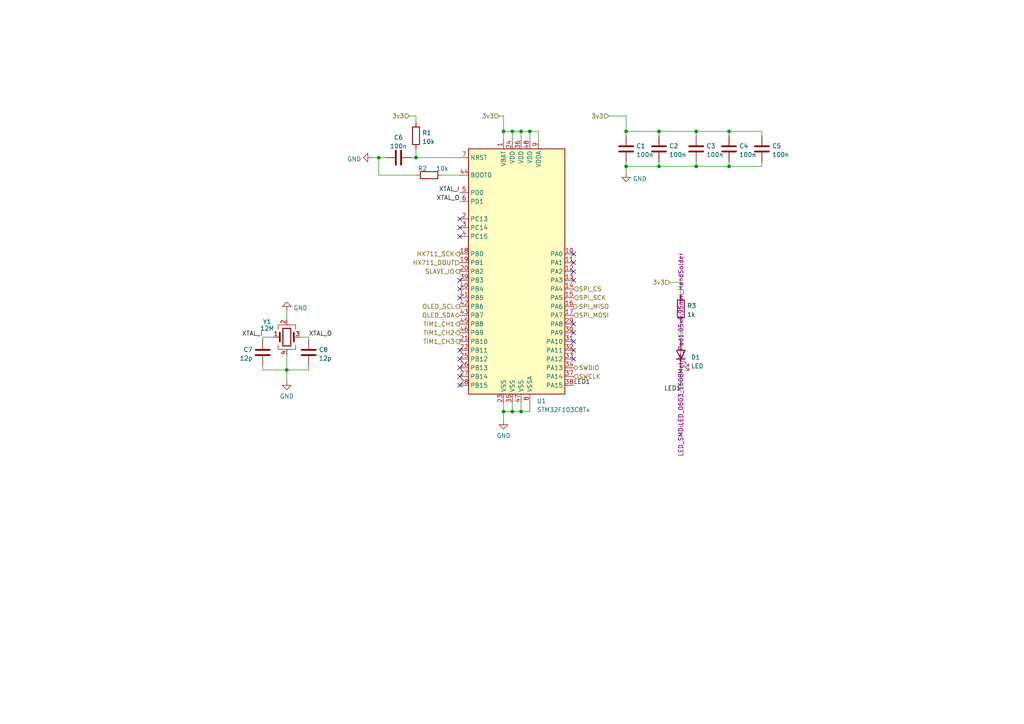
<source format=kicad_sch>
(kicad_sch (version 20211123) (generator eeschema)

  (uuid e5a010b6-5324-4ba6-a02b-ef498464d6db)

  (paper "A4")

  (lib_symbols
    (symbol "Device:C" (pin_numbers hide) (pin_names (offset 0.254)) (in_bom yes) (on_board yes)
      (property "Reference" "C" (id 0) (at 0.635 2.54 0)
        (effects (font (size 1.27 1.27)) (justify left))
      )
      (property "Value" "C" (id 1) (at 0.635 -2.54 0)
        (effects (font (size 1.27 1.27)) (justify left))
      )
      (property "Footprint" "" (id 2) (at 0.9652 -3.81 0)
        (effects (font (size 1.27 1.27)) hide)
      )
      (property "Datasheet" "~" (id 3) (at 0 0 0)
        (effects (font (size 1.27 1.27)) hide)
      )
      (property "ki_keywords" "cap capacitor" (id 4) (at 0 0 0)
        (effects (font (size 1.27 1.27)) hide)
      )
      (property "ki_description" "Unpolarized capacitor" (id 5) (at 0 0 0)
        (effects (font (size 1.27 1.27)) hide)
      )
      (property "ki_fp_filters" "C_*" (id 6) (at 0 0 0)
        (effects (font (size 1.27 1.27)) hide)
      )
      (symbol "C_0_1"
        (polyline
          (pts
            (xy -2.032 -0.762)
            (xy 2.032 -0.762)
          )
          (stroke (width 0.508) (type default) (color 0 0 0 0))
          (fill (type none))
        )
        (polyline
          (pts
            (xy -2.032 0.762)
            (xy 2.032 0.762)
          )
          (stroke (width 0.508) (type default) (color 0 0 0 0))
          (fill (type none))
        )
      )
      (symbol "C_1_1"
        (pin passive line (at 0 3.81 270) (length 2.794)
          (name "~" (effects (font (size 1.27 1.27))))
          (number "1" (effects (font (size 1.27 1.27))))
        )
        (pin passive line (at 0 -3.81 90) (length 2.794)
          (name "~" (effects (font (size 1.27 1.27))))
          (number "2" (effects (font (size 1.27 1.27))))
        )
      )
    )
    (symbol "Device:Crystal_GND24" (pin_names (offset 1.016) hide) (in_bom yes) (on_board yes)
      (property "Reference" "Y" (id 0) (at 3.175 5.08 0)
        (effects (font (size 1.27 1.27)) (justify left))
      )
      (property "Value" "Crystal_GND24" (id 1) (at 3.175 3.175 0)
        (effects (font (size 1.27 1.27)) (justify left))
      )
      (property "Footprint" "" (id 2) (at 0 0 0)
        (effects (font (size 1.27 1.27)) hide)
      )
      (property "Datasheet" "~" (id 3) (at 0 0 0)
        (effects (font (size 1.27 1.27)) hide)
      )
      (property "ki_keywords" "quartz ceramic resonator oscillator" (id 4) (at 0 0 0)
        (effects (font (size 1.27 1.27)) hide)
      )
      (property "ki_description" "Four pin crystal, GND on pins 2 and 4" (id 5) (at 0 0 0)
        (effects (font (size 1.27 1.27)) hide)
      )
      (property "ki_fp_filters" "Crystal*" (id 6) (at 0 0 0)
        (effects (font (size 1.27 1.27)) hide)
      )
      (symbol "Crystal_GND24_0_1"
        (rectangle (start -1.143 2.54) (end 1.143 -2.54)
          (stroke (width 0.3048) (type default) (color 0 0 0 0))
          (fill (type none))
        )
        (polyline
          (pts
            (xy -2.54 0)
            (xy -2.032 0)
          )
          (stroke (width 0) (type default) (color 0 0 0 0))
          (fill (type none))
        )
        (polyline
          (pts
            (xy -2.032 -1.27)
            (xy -2.032 1.27)
          )
          (stroke (width 0.508) (type default) (color 0 0 0 0))
          (fill (type none))
        )
        (polyline
          (pts
            (xy 0 -3.81)
            (xy 0 -3.556)
          )
          (stroke (width 0) (type default) (color 0 0 0 0))
          (fill (type none))
        )
        (polyline
          (pts
            (xy 0 3.556)
            (xy 0 3.81)
          )
          (stroke (width 0) (type default) (color 0 0 0 0))
          (fill (type none))
        )
        (polyline
          (pts
            (xy 2.032 -1.27)
            (xy 2.032 1.27)
          )
          (stroke (width 0.508) (type default) (color 0 0 0 0))
          (fill (type none))
        )
        (polyline
          (pts
            (xy 2.032 0)
            (xy 2.54 0)
          )
          (stroke (width 0) (type default) (color 0 0 0 0))
          (fill (type none))
        )
        (polyline
          (pts
            (xy -2.54 -2.286)
            (xy -2.54 -3.556)
            (xy 2.54 -3.556)
            (xy 2.54 -2.286)
          )
          (stroke (width 0) (type default) (color 0 0 0 0))
          (fill (type none))
        )
        (polyline
          (pts
            (xy -2.54 2.286)
            (xy -2.54 3.556)
            (xy 2.54 3.556)
            (xy 2.54 2.286)
          )
          (stroke (width 0) (type default) (color 0 0 0 0))
          (fill (type none))
        )
      )
      (symbol "Crystal_GND24_1_1"
        (pin passive line (at -3.81 0 0) (length 1.27)
          (name "1" (effects (font (size 1.27 1.27))))
          (number "1" (effects (font (size 1.27 1.27))))
        )
        (pin passive line (at 0 5.08 270) (length 1.27)
          (name "2" (effects (font (size 1.27 1.27))))
          (number "2" (effects (font (size 1.27 1.27))))
        )
        (pin passive line (at 3.81 0 180) (length 1.27)
          (name "3" (effects (font (size 1.27 1.27))))
          (number "3" (effects (font (size 1.27 1.27))))
        )
        (pin passive line (at 0 -5.08 90) (length 1.27)
          (name "4" (effects (font (size 1.27 1.27))))
          (number "4" (effects (font (size 1.27 1.27))))
        )
      )
    )
    (symbol "Device:LED" (pin_numbers hide) (pin_names (offset 1.016) hide) (in_bom yes) (on_board yes)
      (property "Reference" "D" (id 0) (at 0 2.54 0)
        (effects (font (size 1.27 1.27)))
      )
      (property "Value" "LED" (id 1) (at 0 -2.54 0)
        (effects (font (size 1.27 1.27)))
      )
      (property "Footprint" "" (id 2) (at 0 0 0)
        (effects (font (size 1.27 1.27)) hide)
      )
      (property "Datasheet" "~" (id 3) (at 0 0 0)
        (effects (font (size 1.27 1.27)) hide)
      )
      (property "ki_keywords" "LED diode" (id 4) (at 0 0 0)
        (effects (font (size 1.27 1.27)) hide)
      )
      (property "ki_description" "Light emitting diode" (id 5) (at 0 0 0)
        (effects (font (size 1.27 1.27)) hide)
      )
      (property "ki_fp_filters" "LED* LED_SMD:* LED_THT:*" (id 6) (at 0 0 0)
        (effects (font (size 1.27 1.27)) hide)
      )
      (symbol "LED_0_1"
        (polyline
          (pts
            (xy -1.27 -1.27)
            (xy -1.27 1.27)
          )
          (stroke (width 0.254) (type default) (color 0 0 0 0))
          (fill (type none))
        )
        (polyline
          (pts
            (xy -1.27 0)
            (xy 1.27 0)
          )
          (stroke (width 0) (type default) (color 0 0 0 0))
          (fill (type none))
        )
        (polyline
          (pts
            (xy 1.27 -1.27)
            (xy 1.27 1.27)
            (xy -1.27 0)
            (xy 1.27 -1.27)
          )
          (stroke (width 0.254) (type default) (color 0 0 0 0))
          (fill (type none))
        )
        (polyline
          (pts
            (xy -3.048 -0.762)
            (xy -4.572 -2.286)
            (xy -3.81 -2.286)
            (xy -4.572 -2.286)
            (xy -4.572 -1.524)
          )
          (stroke (width 0) (type default) (color 0 0 0 0))
          (fill (type none))
        )
        (polyline
          (pts
            (xy -1.778 -0.762)
            (xy -3.302 -2.286)
            (xy -2.54 -2.286)
            (xy -3.302 -2.286)
            (xy -3.302 -1.524)
          )
          (stroke (width 0) (type default) (color 0 0 0 0))
          (fill (type none))
        )
      )
      (symbol "LED_1_1"
        (pin passive line (at -3.81 0 0) (length 2.54)
          (name "K" (effects (font (size 1.27 1.27))))
          (number "1" (effects (font (size 1.27 1.27))))
        )
        (pin passive line (at 3.81 0 180) (length 2.54)
          (name "A" (effects (font (size 1.27 1.27))))
          (number "2" (effects (font (size 1.27 1.27))))
        )
      )
    )
    (symbol "Device:R" (pin_numbers hide) (pin_names (offset 0)) (in_bom yes) (on_board yes)
      (property "Reference" "R" (id 0) (at 2.032 0 90)
        (effects (font (size 1.27 1.27)))
      )
      (property "Value" "R" (id 1) (at 0 0 90)
        (effects (font (size 1.27 1.27)))
      )
      (property "Footprint" "" (id 2) (at -1.778 0 90)
        (effects (font (size 1.27 1.27)) hide)
      )
      (property "Datasheet" "~" (id 3) (at 0 0 0)
        (effects (font (size 1.27 1.27)) hide)
      )
      (property "ki_keywords" "R res resistor" (id 4) (at 0 0 0)
        (effects (font (size 1.27 1.27)) hide)
      )
      (property "ki_description" "Resistor" (id 5) (at 0 0 0)
        (effects (font (size 1.27 1.27)) hide)
      )
      (property "ki_fp_filters" "R_*" (id 6) (at 0 0 0)
        (effects (font (size 1.27 1.27)) hide)
      )
      (symbol "R_0_1"
        (rectangle (start -1.016 -2.54) (end 1.016 2.54)
          (stroke (width 0.254) (type default) (color 0 0 0 0))
          (fill (type none))
        )
      )
      (symbol "R_1_1"
        (pin passive line (at 0 3.81 270) (length 1.27)
          (name "~" (effects (font (size 1.27 1.27))))
          (number "1" (effects (font (size 1.27 1.27))))
        )
        (pin passive line (at 0 -3.81 90) (length 1.27)
          (name "~" (effects (font (size 1.27 1.27))))
          (number "2" (effects (font (size 1.27 1.27))))
        )
      )
    )
    (symbol "MCU_ST_STM32F1:STM32F103C8Tx" (in_bom yes) (on_board yes)
      (property "Reference" "U" (id 0) (at -15.24 36.83 0)
        (effects (font (size 1.27 1.27)) (justify left))
      )
      (property "Value" "STM32F103C8Tx" (id 1) (at 7.62 36.83 0)
        (effects (font (size 1.27 1.27)) (justify left))
      )
      (property "Footprint" "Package_QFP:LQFP-48_7x7mm_P0.5mm" (id 2) (at -15.24 -35.56 0)
        (effects (font (size 1.27 1.27)) (justify right) hide)
      )
      (property "Datasheet" "http://www.st.com/st-web-ui/static/active/en/resource/technical/document/datasheet/CD00161566.pdf" (id 3) (at 0 0 0)
        (effects (font (size 1.27 1.27)) hide)
      )
      (property "ki_keywords" "ARM Cortex-M3 STM32F1 STM32F103" (id 4) (at 0 0 0)
        (effects (font (size 1.27 1.27)) hide)
      )
      (property "ki_description" "ARM Cortex-M3 MCU, 64KB flash, 20KB RAM, 72MHz, 2-3.6V, 37 GPIO, LQFP-48" (id 5) (at 0 0 0)
        (effects (font (size 1.27 1.27)) hide)
      )
      (property "ki_fp_filters" "LQFP*7x7mm*P0.5mm*" (id 6) (at 0 0 0)
        (effects (font (size 1.27 1.27)) hide)
      )
      (symbol "STM32F103C8Tx_0_1"
        (rectangle (start -15.24 -35.56) (end 12.7 35.56)
          (stroke (width 0.254) (type default) (color 0 0 0 0))
          (fill (type background))
        )
      )
      (symbol "STM32F103C8Tx_1_1"
        (pin power_in line (at -5.08 38.1 270) (length 2.54)
          (name "VBAT" (effects (font (size 1.27 1.27))))
          (number "1" (effects (font (size 1.27 1.27))))
        )
        (pin bidirectional line (at 15.24 5.08 180) (length 2.54)
          (name "PA0" (effects (font (size 1.27 1.27))))
          (number "10" (effects (font (size 1.27 1.27))))
        )
        (pin bidirectional line (at 15.24 2.54 180) (length 2.54)
          (name "PA1" (effects (font (size 1.27 1.27))))
          (number "11" (effects (font (size 1.27 1.27))))
        )
        (pin bidirectional line (at 15.24 0 180) (length 2.54)
          (name "PA2" (effects (font (size 1.27 1.27))))
          (number "12" (effects (font (size 1.27 1.27))))
        )
        (pin bidirectional line (at 15.24 -2.54 180) (length 2.54)
          (name "PA3" (effects (font (size 1.27 1.27))))
          (number "13" (effects (font (size 1.27 1.27))))
        )
        (pin bidirectional line (at 15.24 -5.08 180) (length 2.54)
          (name "PA4" (effects (font (size 1.27 1.27))))
          (number "14" (effects (font (size 1.27 1.27))))
        )
        (pin bidirectional line (at 15.24 -7.62 180) (length 2.54)
          (name "PA5" (effects (font (size 1.27 1.27))))
          (number "15" (effects (font (size 1.27 1.27))))
        )
        (pin bidirectional line (at 15.24 -10.16 180) (length 2.54)
          (name "PA6" (effects (font (size 1.27 1.27))))
          (number "16" (effects (font (size 1.27 1.27))))
        )
        (pin bidirectional line (at 15.24 -12.7 180) (length 2.54)
          (name "PA7" (effects (font (size 1.27 1.27))))
          (number "17" (effects (font (size 1.27 1.27))))
        )
        (pin bidirectional line (at -17.78 5.08 0) (length 2.54)
          (name "PB0" (effects (font (size 1.27 1.27))))
          (number "18" (effects (font (size 1.27 1.27))))
        )
        (pin bidirectional line (at -17.78 2.54 0) (length 2.54)
          (name "PB1" (effects (font (size 1.27 1.27))))
          (number "19" (effects (font (size 1.27 1.27))))
        )
        (pin bidirectional line (at -17.78 15.24 0) (length 2.54)
          (name "PC13" (effects (font (size 1.27 1.27))))
          (number "2" (effects (font (size 1.27 1.27))))
        )
        (pin bidirectional line (at -17.78 0 0) (length 2.54)
          (name "PB2" (effects (font (size 1.27 1.27))))
          (number "20" (effects (font (size 1.27 1.27))))
        )
        (pin bidirectional line (at -17.78 -20.32 0) (length 2.54)
          (name "PB10" (effects (font (size 1.27 1.27))))
          (number "21" (effects (font (size 1.27 1.27))))
        )
        (pin bidirectional line (at -17.78 -22.86 0) (length 2.54)
          (name "PB11" (effects (font (size 1.27 1.27))))
          (number "22" (effects (font (size 1.27 1.27))))
        )
        (pin power_in line (at -5.08 -38.1 90) (length 2.54)
          (name "VSS" (effects (font (size 1.27 1.27))))
          (number "23" (effects (font (size 1.27 1.27))))
        )
        (pin power_in line (at -2.54 38.1 270) (length 2.54)
          (name "VDD" (effects (font (size 1.27 1.27))))
          (number "24" (effects (font (size 1.27 1.27))))
        )
        (pin bidirectional line (at -17.78 -25.4 0) (length 2.54)
          (name "PB12" (effects (font (size 1.27 1.27))))
          (number "25" (effects (font (size 1.27 1.27))))
        )
        (pin bidirectional line (at -17.78 -27.94 0) (length 2.54)
          (name "PB13" (effects (font (size 1.27 1.27))))
          (number "26" (effects (font (size 1.27 1.27))))
        )
        (pin bidirectional line (at -17.78 -30.48 0) (length 2.54)
          (name "PB14" (effects (font (size 1.27 1.27))))
          (number "27" (effects (font (size 1.27 1.27))))
        )
        (pin bidirectional line (at -17.78 -33.02 0) (length 2.54)
          (name "PB15" (effects (font (size 1.27 1.27))))
          (number "28" (effects (font (size 1.27 1.27))))
        )
        (pin bidirectional line (at 15.24 -15.24 180) (length 2.54)
          (name "PA8" (effects (font (size 1.27 1.27))))
          (number "29" (effects (font (size 1.27 1.27))))
        )
        (pin bidirectional line (at -17.78 12.7 0) (length 2.54)
          (name "PC14" (effects (font (size 1.27 1.27))))
          (number "3" (effects (font (size 1.27 1.27))))
        )
        (pin bidirectional line (at 15.24 -17.78 180) (length 2.54)
          (name "PA9" (effects (font (size 1.27 1.27))))
          (number "30" (effects (font (size 1.27 1.27))))
        )
        (pin bidirectional line (at 15.24 -20.32 180) (length 2.54)
          (name "PA10" (effects (font (size 1.27 1.27))))
          (number "31" (effects (font (size 1.27 1.27))))
        )
        (pin bidirectional line (at 15.24 -22.86 180) (length 2.54)
          (name "PA11" (effects (font (size 1.27 1.27))))
          (number "32" (effects (font (size 1.27 1.27))))
        )
        (pin bidirectional line (at 15.24 -25.4 180) (length 2.54)
          (name "PA12" (effects (font (size 1.27 1.27))))
          (number "33" (effects (font (size 1.27 1.27))))
        )
        (pin bidirectional line (at 15.24 -27.94 180) (length 2.54)
          (name "PA13" (effects (font (size 1.27 1.27))))
          (number "34" (effects (font (size 1.27 1.27))))
        )
        (pin power_in line (at -2.54 -38.1 90) (length 2.54)
          (name "VSS" (effects (font (size 1.27 1.27))))
          (number "35" (effects (font (size 1.27 1.27))))
        )
        (pin power_in line (at 0 38.1 270) (length 2.54)
          (name "VDD" (effects (font (size 1.27 1.27))))
          (number "36" (effects (font (size 1.27 1.27))))
        )
        (pin bidirectional line (at 15.24 -30.48 180) (length 2.54)
          (name "PA14" (effects (font (size 1.27 1.27))))
          (number "37" (effects (font (size 1.27 1.27))))
        )
        (pin bidirectional line (at 15.24 -33.02 180) (length 2.54)
          (name "PA15" (effects (font (size 1.27 1.27))))
          (number "38" (effects (font (size 1.27 1.27))))
        )
        (pin bidirectional line (at -17.78 -2.54 0) (length 2.54)
          (name "PB3" (effects (font (size 1.27 1.27))))
          (number "39" (effects (font (size 1.27 1.27))))
        )
        (pin bidirectional line (at -17.78 10.16 0) (length 2.54)
          (name "PC15" (effects (font (size 1.27 1.27))))
          (number "4" (effects (font (size 1.27 1.27))))
        )
        (pin bidirectional line (at -17.78 -5.08 0) (length 2.54)
          (name "PB4" (effects (font (size 1.27 1.27))))
          (number "40" (effects (font (size 1.27 1.27))))
        )
        (pin bidirectional line (at -17.78 -7.62 0) (length 2.54)
          (name "PB5" (effects (font (size 1.27 1.27))))
          (number "41" (effects (font (size 1.27 1.27))))
        )
        (pin bidirectional line (at -17.78 -10.16 0) (length 2.54)
          (name "PB6" (effects (font (size 1.27 1.27))))
          (number "42" (effects (font (size 1.27 1.27))))
        )
        (pin bidirectional line (at -17.78 -12.7 0) (length 2.54)
          (name "PB7" (effects (font (size 1.27 1.27))))
          (number "43" (effects (font (size 1.27 1.27))))
        )
        (pin input line (at -17.78 27.94 0) (length 2.54)
          (name "BOOT0" (effects (font (size 1.27 1.27))))
          (number "44" (effects (font (size 1.27 1.27))))
        )
        (pin bidirectional line (at -17.78 -15.24 0) (length 2.54)
          (name "PB8" (effects (font (size 1.27 1.27))))
          (number "45" (effects (font (size 1.27 1.27))))
        )
        (pin bidirectional line (at -17.78 -17.78 0) (length 2.54)
          (name "PB9" (effects (font (size 1.27 1.27))))
          (number "46" (effects (font (size 1.27 1.27))))
        )
        (pin power_in line (at 0 -38.1 90) (length 2.54)
          (name "VSS" (effects (font (size 1.27 1.27))))
          (number "47" (effects (font (size 1.27 1.27))))
        )
        (pin power_in line (at 2.54 38.1 270) (length 2.54)
          (name "VDD" (effects (font (size 1.27 1.27))))
          (number "48" (effects (font (size 1.27 1.27))))
        )
        (pin input line (at -17.78 22.86 0) (length 2.54)
          (name "PD0" (effects (font (size 1.27 1.27))))
          (number "5" (effects (font (size 1.27 1.27))))
        )
        (pin input line (at -17.78 20.32 0) (length 2.54)
          (name "PD1" (effects (font (size 1.27 1.27))))
          (number "6" (effects (font (size 1.27 1.27))))
        )
        (pin input line (at -17.78 33.02 0) (length 2.54)
          (name "NRST" (effects (font (size 1.27 1.27))))
          (number "7" (effects (font (size 1.27 1.27))))
        )
        (pin power_in line (at 2.54 -38.1 90) (length 2.54)
          (name "VSSA" (effects (font (size 1.27 1.27))))
          (number "8" (effects (font (size 1.27 1.27))))
        )
        (pin power_in line (at 5.08 38.1 270) (length 2.54)
          (name "VDDA" (effects (font (size 1.27 1.27))))
          (number "9" (effects (font (size 1.27 1.27))))
        )
      )
    )
    (symbol "power:GND" (power) (pin_names (offset 0)) (in_bom yes) (on_board yes)
      (property "Reference" "#PWR" (id 0) (at 0 -6.35 0)
        (effects (font (size 1.27 1.27)) hide)
      )
      (property "Value" "GND" (id 1) (at 0 -3.81 0)
        (effects (font (size 1.27 1.27)))
      )
      (property "Footprint" "" (id 2) (at 0 0 0)
        (effects (font (size 1.27 1.27)) hide)
      )
      (property "Datasheet" "" (id 3) (at 0 0 0)
        (effects (font (size 1.27 1.27)) hide)
      )
      (property "ki_keywords" "power-flag" (id 4) (at 0 0 0)
        (effects (font (size 1.27 1.27)) hide)
      )
      (property "ki_description" "Power symbol creates a global label with name \"GND\" , ground" (id 5) (at 0 0 0)
        (effects (font (size 1.27 1.27)) hide)
      )
      (symbol "GND_0_1"
        (polyline
          (pts
            (xy 0 0)
            (xy 0 -1.27)
            (xy 1.27 -1.27)
            (xy 0 -2.54)
            (xy -1.27 -1.27)
            (xy 0 -1.27)
          )
          (stroke (width 0) (type default) (color 0 0 0 0))
          (fill (type none))
        )
      )
      (symbol "GND_1_1"
        (pin power_in line (at 0 0 270) (length 0) hide
          (name "GND" (effects (font (size 1.27 1.27))))
          (number "1" (effects (font (size 1.27 1.27))))
        )
      )
    )
  )

  (junction (at 146.05 119.38) (diameter 0) (color 0 0 0 0)
    (uuid 109509fe-5dbc-41ca-b81b-023eb84e844d)
  )
  (junction (at 146.05 38.1) (diameter 0) (color 0 0 0 0)
    (uuid 3ab37d1f-6861-46b8-ac7e-3e3d7c54cc05)
  )
  (junction (at 148.59 119.38) (diameter 0) (color 0 0 0 0)
    (uuid 4955b67a-7341-4567-bdda-d40ff47b10d1)
  )
  (junction (at 120.65 45.72) (diameter 0) (color 0 0 0 0)
    (uuid 64ed04f5-25b4-459a-9d8c-02a1e431d855)
  )
  (junction (at 191.135 38.1) (diameter 0) (color 0 0 0 0)
    (uuid 70676243-7f0c-42db-b28b-6340cf398ff7)
  )
  (junction (at 211.455 38.1) (diameter 0) (color 0 0 0 0)
    (uuid 7946316f-7f4e-4921-929a-00b35d7041a7)
  )
  (junction (at 201.93 48.26) (diameter 0) (color 0 0 0 0)
    (uuid 7e963f7a-6030-4695-914e-57d7446204fb)
  )
  (junction (at 191.135 48.26) (diameter 0) (color 0 0 0 0)
    (uuid 83d8fe69-c0ee-476f-821e-9bc6808ad289)
  )
  (junction (at 181.61 38.1) (diameter 0) (color 0 0 0 0)
    (uuid 90f87138-fe83-48b4-9fbc-680b785d38e3)
  )
  (junction (at 201.93 38.1) (diameter 0) (color 0 0 0 0)
    (uuid 9fd19358-ee52-4161-beae-dcd2127954a4)
  )
  (junction (at 151.13 119.38) (diameter 0) (color 0 0 0 0)
    (uuid a04fb527-bc67-4769-ab49-241f4dd87249)
  )
  (junction (at 153.67 38.1) (diameter 0) (color 0 0 0 0)
    (uuid a10b89ba-b637-4fc6-81bb-342c6d2ff14c)
  )
  (junction (at 181.61 48.26) (diameter 0) (color 0 0 0 0)
    (uuid aba709dd-bf58-4f9d-9df0-48d45870ad35)
  )
  (junction (at 148.59 38.1) (diameter 0) (color 0 0 0 0)
    (uuid bdfb4bb2-b16f-477a-91ac-e23226e678e0)
  )
  (junction (at 109.855 45.72) (diameter 0) (color 0 0 0 0)
    (uuid c87ddea2-c962-4305-89db-7e2a5c673f6d)
  )
  (junction (at 83.185 107.315) (diameter 0) (color 0 0 0 0)
    (uuid e80ee9f8-8f0d-43a4-b5bd-c77182aea93d)
  )
  (junction (at 151.13 38.1) (diameter 0) (color 0 0 0 0)
    (uuid eb93177a-60a0-4935-a71c-1a86362e7247)
  )
  (junction (at 211.455 48.26) (diameter 0) (color 0 0 0 0)
    (uuid ffd1c2b8-4b6f-4538-8e21-a6c278129ed0)
  )

  (no_connect (at 166.37 96.52) (uuid 4438dcd1-a2fb-4a08-9562-07dff8564a1c))
  (no_connect (at 166.37 73.66) (uuid 4cfb8d11-26e1-4e75-ada6-f868e18909f4))
  (no_connect (at 166.37 76.2) (uuid 4cfb8d11-26e1-4e75-ada6-f868e18909f4))
  (no_connect (at 166.37 104.14) (uuid 540bf6b2-325b-4e4d-9cd8-f5cc92701f4c))
  (no_connect (at 166.37 78.74) (uuid 61281744-6572-4217-81ca-d80f52371dbe))
  (no_connect (at 166.37 101.6) (uuid 7805cc59-e816-427e-a1d7-7303feb3ef11))
  (no_connect (at 133.35 81.28) (uuid 84409741-ff05-444b-b280-7a35810ab5be))
  (no_connect (at 133.35 83.82) (uuid 84409741-ff05-444b-b280-7a35810ab5bf))
  (no_connect (at 133.35 86.36) (uuid 84409741-ff05-444b-b280-7a35810ab5c0))
  (no_connect (at 166.37 99.06) (uuid 85bbf87e-89f1-4edf-a8bd-7ebc77553181))
  (no_connect (at 133.35 101.6) (uuid 8953424b-7afb-4e46-b949-7d57af16bd70))
  (no_connect (at 133.35 63.5) (uuid 89f11a45-6890-42e1-9651-28b194c398b6))
  (no_connect (at 133.35 66.04) (uuid 89f11a45-6890-42e1-9651-28b194c398b7))
  (no_connect (at 133.35 68.58) (uuid 89f11a45-6890-42e1-9651-28b194c398b8))
  (no_connect (at 166.37 81.28) (uuid a49b5fcd-fe93-4cfe-8081-0b4d00944fd3))
  (no_connect (at 133.35 111.76) (uuid aa78e32f-b388-419f-bac1-ba60c6d1724c))
  (no_connect (at 166.37 93.98) (uuid ba0b6285-350b-49f8-a2b2-cf36facaf304))
  (no_connect (at 133.35 106.68) (uuid baef8d65-c258-4f20-91b4-27a62101cc6f))
  (no_connect (at 133.35 104.14) (uuid c3055b41-a773-4813-a9cf-70f9b942feb6))
  (no_connect (at 133.35 109.22) (uuid d3df4725-82a1-4944-b3e4-a03c1d743ddd))

  (wire (pts (xy 153.67 119.38) (xy 153.67 116.84))
    (stroke (width 0) (type default) (color 0 0 0 0))
    (uuid 014d45c7-8b54-489b-b182-ad6f8871e9e9)
  )
  (wire (pts (xy 201.93 48.26) (xy 201.93 46.99))
    (stroke (width 0) (type default) (color 0 0 0 0))
    (uuid 02910883-02a1-4038-a6d7-bf0867a376a7)
  )
  (wire (pts (xy 201.93 48.26) (xy 211.455 48.26))
    (stroke (width 0) (type default) (color 0 0 0 0))
    (uuid 050fb9b4-e3c9-468f-a950-b709bbf76654)
  )
  (wire (pts (xy 146.05 33.655) (xy 146.05 38.1))
    (stroke (width 0) (type default) (color 0 0 0 0))
    (uuid 084d0cee-7566-49de-b3c4-ae13b6273e43)
  )
  (wire (pts (xy 76.2 98.425) (xy 76.2 97.79))
    (stroke (width 0) (type default) (color 0 0 0 0))
    (uuid 0e56d2aa-6aa0-4da1-b44c-5b5ef960d0d9)
  )
  (wire (pts (xy 153.67 38.1) (xy 153.67 40.64))
    (stroke (width 0) (type default) (color 0 0 0 0))
    (uuid 0f942a3a-b56f-49af-b423-58ac6b31eee9)
  )
  (wire (pts (xy 211.455 38.1) (xy 211.455 39.37))
    (stroke (width 0) (type default) (color 0 0 0 0))
    (uuid 144542a5-a9e5-47f0-9984-0b55c0dcfab2)
  )
  (wire (pts (xy 119.38 45.72) (xy 120.65 45.72))
    (stroke (width 0) (type default) (color 0 0 0 0))
    (uuid 198275e6-833e-4e1d-8368-7469e5339777)
  )
  (wire (pts (xy 181.61 48.26) (xy 191.135 48.26))
    (stroke (width 0) (type default) (color 0 0 0 0))
    (uuid 21626fdd-5c0f-4ea0-8707-cce593acfd5c)
  )
  (wire (pts (xy 151.13 38.1) (xy 151.13 40.64))
    (stroke (width 0) (type default) (color 0 0 0 0))
    (uuid 2863006d-5845-4607-b38a-7c659de57187)
  )
  (wire (pts (xy 148.59 38.1) (xy 151.13 38.1))
    (stroke (width 0) (type default) (color 0 0 0 0))
    (uuid 28a9f9be-1a1b-4094-a72c-a6b5f71acea3)
  )
  (wire (pts (xy 109.855 50.8) (xy 109.855 45.72))
    (stroke (width 0) (type default) (color 0 0 0 0))
    (uuid 2943491a-9668-4017-893c-c04c9cfd6584)
  )
  (wire (pts (xy 76.2 107.315) (xy 76.2 106.045))
    (stroke (width 0) (type default) (color 0 0 0 0))
    (uuid 298fd182-7cca-46d5-9d37-07629682e554)
  )
  (wire (pts (xy 181.61 38.1) (xy 181.61 39.37))
    (stroke (width 0) (type default) (color 0 0 0 0))
    (uuid 2cd22867-03d5-4373-8af4-af0b79d34887)
  )
  (wire (pts (xy 76.2 97.79) (xy 79.375 97.79))
    (stroke (width 0) (type default) (color 0 0 0 0))
    (uuid 328d0592-ac01-4d3f-bb1c-5f07bc49599f)
  )
  (wire (pts (xy 191.135 48.26) (xy 201.93 48.26))
    (stroke (width 0) (type default) (color 0 0 0 0))
    (uuid 34f60973-2a72-4ca8-a3b0-fc1ff001edcc)
  )
  (wire (pts (xy 181.61 38.1) (xy 191.135 38.1))
    (stroke (width 0) (type default) (color 0 0 0 0))
    (uuid 365a932b-073a-4edd-87ec-a6c16ab4dce9)
  )
  (wire (pts (xy 107.95 45.72) (xy 109.855 45.72))
    (stroke (width 0) (type default) (color 0 0 0 0))
    (uuid 3b45b4d8-e3f8-4640-bb0d-d8f241980d06)
  )
  (wire (pts (xy 83.185 90.17) (xy 83.185 92.71))
    (stroke (width 0) (type default) (color 0 0 0 0))
    (uuid 42938c8b-59d9-4209-89a3-54703968c2b9)
  )
  (wire (pts (xy 211.455 48.26) (xy 211.455 46.99))
    (stroke (width 0) (type default) (color 0 0 0 0))
    (uuid 4ecd6e4a-5422-485f-82cb-dd93d3d943e6)
  )
  (wire (pts (xy 191.135 38.1) (xy 191.135 39.37))
    (stroke (width 0) (type default) (color 0 0 0 0))
    (uuid 4f7237c2-a83e-4824-9f06-32260d6ad6b8)
  )
  (wire (pts (xy 120.65 45.72) (xy 133.35 45.72))
    (stroke (width 0) (type default) (color 0 0 0 0))
    (uuid 506d5028-e511-46b4-a326-cc6ca81c1cd0)
  )
  (wire (pts (xy 148.59 38.1) (xy 148.59 40.64))
    (stroke (width 0) (type default) (color 0 0 0 0))
    (uuid 50ec4f7e-8ee3-442b-a1a5-1dc00b24aed6)
  )
  (wire (pts (xy 146.05 38.1) (xy 148.59 38.1))
    (stroke (width 0) (type default) (color 0 0 0 0))
    (uuid 64631c66-9a14-40ef-868c-fd1d18402349)
  )
  (wire (pts (xy 220.98 38.1) (xy 220.98 39.37))
    (stroke (width 0) (type default) (color 0 0 0 0))
    (uuid 6676bda7-dd84-4c50-a069-41db40853e59)
  )
  (wire (pts (xy 153.67 38.1) (xy 156.21 38.1))
    (stroke (width 0) (type default) (color 0 0 0 0))
    (uuid 681c11a5-776e-40e6-9392-99b2c13e5c12)
  )
  (wire (pts (xy 176.53 33.655) (xy 181.61 33.655))
    (stroke (width 0) (type default) (color 0 0 0 0))
    (uuid 68cd651a-10bd-48bc-8120-6bd6de232360)
  )
  (wire (pts (xy 191.135 48.26) (xy 191.135 46.99))
    (stroke (width 0) (type default) (color 0 0 0 0))
    (uuid 6a524b18-0b99-45a7-a471-44664a06618f)
  )
  (wire (pts (xy 151.13 119.38) (xy 153.67 119.38))
    (stroke (width 0) (type default) (color 0 0 0 0))
    (uuid 6c938f0a-8ac8-4e16-a5b2-fa03e4034723)
  )
  (wire (pts (xy 76.2 107.315) (xy 83.185 107.315))
    (stroke (width 0) (type default) (color 0 0 0 0))
    (uuid 6f9c5113-16eb-4766-8617-28ba85799e73)
  )
  (wire (pts (xy 120.65 33.655) (xy 120.65 35.56))
    (stroke (width 0) (type default) (color 0 0 0 0))
    (uuid 74ff8c7e-b8f7-4e2e-89e2-dc9d52c0f212)
  )
  (wire (pts (xy 211.455 38.1) (xy 220.98 38.1))
    (stroke (width 0) (type default) (color 0 0 0 0))
    (uuid 77ebaa60-e22b-4f9f-a5cf-c11ce7e98dd9)
  )
  (wire (pts (xy 220.98 48.26) (xy 220.98 46.99))
    (stroke (width 0) (type default) (color 0 0 0 0))
    (uuid 7a9b5446-77b7-4077-9e73-18e2863d22e1)
  )
  (wire (pts (xy 197.485 106.68) (xy 197.485 113.665))
    (stroke (width 0) (type default) (color 0 0 0 0))
    (uuid 7f3b62d0-e39e-4e5d-a038-92e385710b81)
  )
  (wire (pts (xy 181.61 33.655) (xy 181.61 38.1))
    (stroke (width 0) (type default) (color 0 0 0 0))
    (uuid 866bc61e-43d5-469b-b153-2275edba750f)
  )
  (wire (pts (xy 146.05 119.38) (xy 148.59 119.38))
    (stroke (width 0) (type default) (color 0 0 0 0))
    (uuid 876974bd-e726-4855-96b1-444a666fe34b)
  )
  (wire (pts (xy 148.59 119.38) (xy 151.13 119.38))
    (stroke (width 0) (type default) (color 0 0 0 0))
    (uuid 89cb19c1-2eaf-4447-8a5b-7f213e029bd9)
  )
  (wire (pts (xy 197.485 93.345) (xy 197.485 99.06))
    (stroke (width 0) (type default) (color 0 0 0 0))
    (uuid 8c481af1-427e-42f7-9a0e-6074b7e8cf59)
  )
  (wire (pts (xy 151.13 119.38) (xy 151.13 116.84))
    (stroke (width 0) (type default) (color 0 0 0 0))
    (uuid 8f2355e6-37b7-4145-82c8-c86ad524f016)
  )
  (wire (pts (xy 146.05 119.38) (xy 146.05 121.92))
    (stroke (width 0) (type default) (color 0 0 0 0))
    (uuid 92dc4a6f-651e-4169-bce3-7b24fd071d09)
  )
  (wire (pts (xy 148.59 119.38) (xy 148.59 116.84))
    (stroke (width 0) (type default) (color 0 0 0 0))
    (uuid 981dfeef-97a7-48aa-a52f-349fe19a1fa2)
  )
  (wire (pts (xy 144.78 33.655) (xy 146.05 33.655))
    (stroke (width 0) (type default) (color 0 0 0 0))
    (uuid 9c92f8cb-8140-4633-95ce-785aecfdf316)
  )
  (wire (pts (xy 128.27 50.8) (xy 133.35 50.8))
    (stroke (width 0) (type default) (color 0 0 0 0))
    (uuid 9f9cf197-009f-419c-8fd5-a463a6eef009)
  )
  (wire (pts (xy 120.65 43.18) (xy 120.65 45.72))
    (stroke (width 0) (type default) (color 0 0 0 0))
    (uuid a103287f-d940-4f0e-bf79-7e152ebf82ed)
  )
  (wire (pts (xy 156.21 38.1) (xy 156.21 40.64))
    (stroke (width 0) (type default) (color 0 0 0 0))
    (uuid a3a99cef-15d8-4614-8eb1-c560e79573a0)
  )
  (wire (pts (xy 83.185 107.315) (xy 83.185 110.49))
    (stroke (width 0) (type default) (color 0 0 0 0))
    (uuid a684901c-a937-4904-9755-913eec8435f9)
  )
  (wire (pts (xy 197.485 81.915) (xy 197.485 85.725))
    (stroke (width 0) (type default) (color 0 0 0 0))
    (uuid a94850e5-a0fb-4735-bd6b-b99a96dac71b)
  )
  (wire (pts (xy 146.05 38.1) (xy 146.05 40.64))
    (stroke (width 0) (type default) (color 0 0 0 0))
    (uuid b08be159-65a6-48e2-a874-a4e57279f1ba)
  )
  (wire (pts (xy 211.455 48.26) (xy 220.98 48.26))
    (stroke (width 0) (type default) (color 0 0 0 0))
    (uuid b218d0d8-fceb-47ba-9a7e-ca2017465100)
  )
  (wire (pts (xy 194.31 81.915) (xy 197.485 81.915))
    (stroke (width 0) (type default) (color 0 0 0 0))
    (uuid ba28c672-9474-4cb5-ab8f-c36f258bddb5)
  )
  (wire (pts (xy 83.185 107.315) (xy 83.185 102.87))
    (stroke (width 0) (type default) (color 0 0 0 0))
    (uuid bccc439a-cb0e-4b02-b2d7-3702ee05d585)
  )
  (wire (pts (xy 191.135 38.1) (xy 201.93 38.1))
    (stroke (width 0) (type default) (color 0 0 0 0))
    (uuid bccdb912-9d33-4af2-abcd-9c8a15d08dad)
  )
  (wire (pts (xy 109.855 45.72) (xy 111.76 45.72))
    (stroke (width 0) (type default) (color 0 0 0 0))
    (uuid bceaea86-985d-4ef5-89fd-dec47cd767fd)
  )
  (wire (pts (xy 83.185 107.315) (xy 89.535 107.315))
    (stroke (width 0) (type default) (color 0 0 0 0))
    (uuid c33210c0-7a10-436a-adf5-645443d5a776)
  )
  (wire (pts (xy 89.535 97.79) (xy 86.995 97.79))
    (stroke (width 0) (type default) (color 0 0 0 0))
    (uuid c517e71e-5a21-4f0d-977d-52b63cc1ed46)
  )
  (wire (pts (xy 181.61 48.26) (xy 181.61 46.99))
    (stroke (width 0) (type default) (color 0 0 0 0))
    (uuid c63d5b0a-69df-496b-a025-446e17ef767d)
  )
  (wire (pts (xy 201.93 38.1) (xy 201.93 39.37))
    (stroke (width 0) (type default) (color 0 0 0 0))
    (uuid c8ab7fed-c7df-4163-9e40-347934fcd371)
  )
  (wire (pts (xy 201.93 38.1) (xy 211.455 38.1))
    (stroke (width 0) (type default) (color 0 0 0 0))
    (uuid c9036314-d03d-45b0-b6b2-f8bb10c68e3c)
  )
  (wire (pts (xy 181.61 48.26) (xy 181.61 50.165))
    (stroke (width 0) (type default) (color 0 0 0 0))
    (uuid c9874567-5c52-4203-a633-0dddd8c7bea1)
  )
  (wire (pts (xy 89.535 97.79) (xy 89.535 98.425))
    (stroke (width 0) (type default) (color 0 0 0 0))
    (uuid d756e6f3-176c-4868-811e-379ff62b44f4)
  )
  (wire (pts (xy 118.745 33.655) (xy 120.65 33.655))
    (stroke (width 0) (type default) (color 0 0 0 0))
    (uuid d7e0c3cb-6abc-4f2f-8241-acf36d45ffc1)
  )
  (wire (pts (xy 151.13 38.1) (xy 153.67 38.1))
    (stroke (width 0) (type default) (color 0 0 0 0))
    (uuid daa0b2f6-1368-4c0c-b7c7-cfae006f8cb1)
  )
  (wire (pts (xy 146.05 119.38) (xy 146.05 116.84))
    (stroke (width 0) (type default) (color 0 0 0 0))
    (uuid dfe102c7-0558-4245-9df8-aaa5b7688d93)
  )
  (wire (pts (xy 120.65 50.8) (xy 109.855 50.8))
    (stroke (width 0) (type default) (color 0 0 0 0))
    (uuid f9eadb44-aecc-4043-9ada-5ead65f159be)
  )
  (wire (pts (xy 89.535 107.315) (xy 89.535 106.045))
    (stroke (width 0) (type default) (color 0 0 0 0))
    (uuid fce5ff27-94e3-4ef5-8045-b2ea9c1a3348)
  )

  (label "LED1" (at 166.37 111.76 0)
    (effects (font (size 1.27 1.27)) (justify left bottom))
    (uuid 1ba6c19b-ef33-418f-8a31-1bfd12c14cb3)
  )
  (label "LED1" (at 197.485 113.665 180)
    (effects (font (size 1.27 1.27)) (justify right bottom))
    (uuid 34c420b2-b183-4d9a-82db-c8f1733349d9)
  )
  (label "XTAL_I" (at 76.2 97.79 180)
    (effects (font (size 1.27 1.27)) (justify right bottom))
    (uuid 8a2665d2-ae22-43b7-9011-fbeefd8dee83)
  )
  (label "XTAL_O" (at 89.535 97.79 0)
    (effects (font (size 1.27 1.27)) (justify left bottom))
    (uuid cbcbe70b-bd8c-48ee-899c-4ea694e45b17)
  )
  (label "XTAL_I" (at 133.35 55.88 180)
    (effects (font (size 1.27 1.27)) (justify right bottom))
    (uuid cc631cd5-452c-422e-a960-83fb663e29ce)
  )
  (label "XTAL_O" (at 133.35 58.42 180)
    (effects (font (size 1.27 1.27)) (justify right bottom))
    (uuid df4806f7-16f3-4ec9-8693-0c8280df2ec0)
  )

  (hierarchical_label "HX711_SCK" (shape output) (at 133.35 73.66 180)
    (effects (font (size 1.27 1.27)) (justify right))
    (uuid 04b1c5d5-3ae6-408b-ab61-3c71b2ca7180)
  )
  (hierarchical_label "3v3" (shape input) (at 194.31 81.915 180)
    (effects (font (size 1.27 1.27)) (justify right))
    (uuid 0b5af0c5-d4ea-44af-ae3e-efd93507e724)
  )
  (hierarchical_label "SWCLK" (shape input) (at 166.37 109.22 0)
    (effects (font (size 1.27 1.27)) (justify left))
    (uuid 310b470c-55eb-4348-beee-2dfc0e04d422)
  )
  (hierarchical_label "3v3" (shape input) (at 144.78 33.655 180)
    (effects (font (size 1.27 1.27)) (justify right))
    (uuid 33c7d342-4f89-450d-bbd8-43e7214f4397)
  )
  (hierarchical_label "3v3" (shape input) (at 118.745 33.655 180)
    (effects (font (size 1.27 1.27)) (justify right))
    (uuid 3424cf86-bce7-423d-b58b-8fb035e7bab9)
  )
  (hierarchical_label "3v3" (shape input) (at 176.53 33.655 180)
    (effects (font (size 1.27 1.27)) (justify right))
    (uuid 3d67fa59-7f2d-4ab5-9d73-8455f2e31d23)
  )
  (hierarchical_label "TIM1_CH1" (shape output) (at 133.35 93.98 180)
    (effects (font (size 1.27 1.27)) (justify right))
    (uuid 44abc3b8-3ee3-4fd7-b4c3-dbadc3577f7f)
  )
  (hierarchical_label "OLED_SDA" (shape bidirectional) (at 133.35 91.44 180)
    (effects (font (size 1.27 1.27)) (justify right))
    (uuid 44bc7faf-7a6a-4dde-a5fa-9d879a662cbf)
  )
  (hierarchical_label "HX711_DOUT" (shape input) (at 133.35 76.2 180)
    (effects (font (size 1.27 1.27)) (justify right))
    (uuid 523d58c9-bf40-47eb-ab67-7e4ba3252e47)
  )
  (hierarchical_label "SWDIO" (shape bidirectional) (at 166.37 106.68 0)
    (effects (font (size 1.27 1.27)) (justify left))
    (uuid 59b30d76-21e5-4433-8592-3207b2374a18)
  )
  (hierarchical_label "SLAVE_IO" (shape output) (at 133.35 78.74 180)
    (effects (font (size 1.27 1.27)) (justify right))
    (uuid 6d5a809b-8918-48fc-bb04-3f846ccecc8d)
  )
  (hierarchical_label "SPI_SCK" (shape input) (at 166.37 86.36 0)
    (effects (font (size 1.27 1.27)) (justify left))
    (uuid 7ab83e3d-c436-461a-a113-559a2328071f)
  )
  (hierarchical_label "TIM1_CH3" (shape output) (at 133.35 99.06 180)
    (effects (font (size 1.27 1.27)) (justify right))
    (uuid 7c54e669-bf55-43fd-b449-9e2fac16d01f)
  )
  (hierarchical_label "SPI_MISO" (shape output) (at 166.37 88.9 0)
    (effects (font (size 1.27 1.27)) (justify left))
    (uuid 87c5facd-18ac-4b03-9848-a18b7ac8039d)
  )
  (hierarchical_label "OLED_SCL" (shape output) (at 133.35 88.9 180)
    (effects (font (size 1.27 1.27)) (justify right))
    (uuid b35af4cd-d2eb-4cfc-93c4-97582df1fe87)
  )
  (hierarchical_label "SPI_MOSI" (shape input) (at 166.37 91.44 0)
    (effects (font (size 1.27 1.27)) (justify left))
    (uuid be8958ba-7248-4647-adee-cab6554cb6aa)
  )
  (hierarchical_label "SPI_CS" (shape input) (at 166.37 83.82 0)
    (effects (font (size 1.27 1.27)) (justify left))
    (uuid ce5e0396-4e5a-4a92-a4d6-64ac11f10079)
  )
  (hierarchical_label "TIM1_CH2" (shape output) (at 133.35 96.52 180)
    (effects (font (size 1.27 1.27)) (justify right))
    (uuid fbb23722-567b-4bdb-853c-0e804aa6d29e)
  )

  (symbol (lib_id "Device:LED") (at 197.485 102.87 90) (unit 1)
    (in_bom yes) (on_board yes) (fields_autoplaced)
    (uuid 01a85513-64e4-4de9-8a28-5b0ec582096e)
    (property "Reference" "D1" (id 0) (at 200.406 103.6228 90)
      (effects (font (size 1.27 1.27)) (justify right))
    )
    (property "Value" "LED" (id 1) (at 200.406 106.1597 90)
      (effects (font (size 1.27 1.27)) (justify right))
    )
    (property "Footprint" "LED_SMD:LED_0603_1608Metric_Pad1.05x0.95mm_HandSolder" (id 2) (at 197.485 102.87 0))
    (property "Datasheet" "~" (id 3) (at 197.485 102.87 0)
      (effects (font (size 1.27 1.27)) hide)
    )
    (pin "1" (uuid 6e2396bb-86bb-43dd-9ca0-5c3fa7cc7ab1))
    (pin "2" (uuid 1f4da3ae-c19b-4bb9-b17f-64437df8a7bd))
  )

  (symbol (lib_id "Device:C") (at 115.57 45.72 90) (unit 1)
    (in_bom yes) (on_board yes) (fields_autoplaced)
    (uuid 02ece6bf-041a-4a41-afc8-b8533bc23da7)
    (property "Reference" "C6" (id 0) (at 115.57 39.8612 90))
    (property "Value" "100n" (id 1) (at 115.57 42.3981 90))
    (property "Footprint" "Capacitor_SMD:C_0603_1608Metric_Pad1.08x0.95mm_HandSolder" (id 2) (at 119.38 44.7548 0)
      (effects (font (size 1.27 1.27)) hide)
    )
    (property "Datasheet" "~" (id 3) (at 115.57 45.72 0)
      (effects (font (size 1.27 1.27)) hide)
    )
    (pin "1" (uuid aa3d148d-c2bf-4daf-b431-ffdc9c666573))
    (pin "2" (uuid d8ae6f69-4c9e-4503-82ce-4fb76a8e627f))
  )

  (symbol (lib_id "Device:C") (at 89.535 102.235 180) (unit 1)
    (in_bom yes) (on_board yes) (fields_autoplaced)
    (uuid 0b31bb28-8cfd-4cc2-b2b6-dd8597f6fcfc)
    (property "Reference" "C8" (id 0) (at 92.456 101.4003 0)
      (effects (font (size 1.27 1.27)) (justify right))
    )
    (property "Value" "12p" (id 1) (at 92.456 103.9372 0)
      (effects (font (size 1.27 1.27)) (justify right))
    )
    (property "Footprint" "Capacitor_SMD:C_0603_1608Metric_Pad1.08x0.95mm_HandSolder" (id 2) (at 88.5698 98.425 0)
      (effects (font (size 1.27 1.27)) hide)
    )
    (property "Datasheet" "~" (id 3) (at 89.535 102.235 0)
      (effects (font (size 1.27 1.27)) hide)
    )
    (pin "1" (uuid 5b757eb5-6869-424e-8f81-02a176f0b693))
    (pin "2" (uuid fc29d8a2-2608-4c2e-b818-196e44cb10eb))
  )

  (symbol (lib_id "Device:C") (at 191.135 43.18 0) (unit 1)
    (in_bom yes) (on_board yes) (fields_autoplaced)
    (uuid 145b6f23-2550-41bf-a8d0-c984f0c8455d)
    (property "Reference" "C2" (id 0) (at 194.056 42.3453 0)
      (effects (font (size 1.27 1.27)) (justify left))
    )
    (property "Value" "100n" (id 1) (at 194.056 44.8822 0)
      (effects (font (size 1.27 1.27)) (justify left))
    )
    (property "Footprint" "Capacitor_SMD:C_0603_1608Metric_Pad1.08x0.95mm_HandSolder" (id 2) (at 192.1002 46.99 0)
      (effects (font (size 1.27 1.27)) hide)
    )
    (property "Datasheet" "~" (id 3) (at 191.135 43.18 0)
      (effects (font (size 1.27 1.27)) hide)
    )
    (pin "1" (uuid 328a11b8-551d-41e8-a048-9c78d009eda9))
    (pin "2" (uuid d9869a8c-f6f0-48e5-867a-fd223d5aa0f3))
  )

  (symbol (lib_id "Device:C") (at 201.93 43.18 0) (unit 1)
    (in_bom yes) (on_board yes) (fields_autoplaced)
    (uuid 23d0f4fb-88ae-45d2-bc2e-a46ef46eacbe)
    (property "Reference" "C3" (id 0) (at 204.851 42.3453 0)
      (effects (font (size 1.27 1.27)) (justify left))
    )
    (property "Value" "100n" (id 1) (at 204.851 44.8822 0)
      (effects (font (size 1.27 1.27)) (justify left))
    )
    (property "Footprint" "Capacitor_SMD:C_0603_1608Metric_Pad1.08x0.95mm_HandSolder" (id 2) (at 202.8952 46.99 0)
      (effects (font (size 1.27 1.27)) hide)
    )
    (property "Datasheet" "~" (id 3) (at 201.93 43.18 0)
      (effects (font (size 1.27 1.27)) hide)
    )
    (pin "1" (uuid 8205f998-af12-476b-adeb-3079975c013d))
    (pin "2" (uuid ebc45795-f66b-4a36-b92a-2abc73d427d6))
  )

  (symbol (lib_id "Device:C") (at 181.61 43.18 0) (unit 1)
    (in_bom yes) (on_board yes) (fields_autoplaced)
    (uuid 256c74a7-cf58-4f71-9c92-e6e3c85451f8)
    (property "Reference" "C1" (id 0) (at 184.531 42.3453 0)
      (effects (font (size 1.27 1.27)) (justify left))
    )
    (property "Value" "100n" (id 1) (at 184.531 44.8822 0)
      (effects (font (size 1.27 1.27)) (justify left))
    )
    (property "Footprint" "Capacitor_SMD:C_0603_1608Metric_Pad1.08x0.95mm_HandSolder" (id 2) (at 182.5752 46.99 0)
      (effects (font (size 1.27 1.27)) hide)
    )
    (property "Datasheet" "~" (id 3) (at 181.61 43.18 0)
      (effects (font (size 1.27 1.27)) hide)
    )
    (pin "1" (uuid cc564d73-d505-422b-900d-d984b9a74678))
    (pin "2" (uuid 0ebc14ac-27f5-467f-89e9-b427ee5a6e56))
  )

  (symbol (lib_id "Device:R") (at 120.65 39.37 0) (unit 1)
    (in_bom yes) (on_board yes) (fields_autoplaced)
    (uuid 441c8181-9b69-4b99-b9f3-3cb53e72aefd)
    (property "Reference" "R1" (id 0) (at 122.428 38.5353 0)
      (effects (font (size 1.27 1.27)) (justify left))
    )
    (property "Value" "10k" (id 1) (at 122.428 41.0722 0)
      (effects (font (size 1.27 1.27)) (justify left))
    )
    (property "Footprint" "Resistor_SMD:R_0603_1608Metric_Pad0.98x0.95mm_HandSolder" (id 2) (at 118.872 39.37 90)
      (effects (font (size 1.27 1.27)) hide)
    )
    (property "Datasheet" "~" (id 3) (at 120.65 39.37 0)
      (effects (font (size 1.27 1.27)) hide)
    )
    (pin "1" (uuid b1d20db7-0d48-45ff-adcd-60e6dfffad17))
    (pin "2" (uuid 533aea39-5792-4c02-873a-b54377a10ed9))
  )

  (symbol (lib_id "power:GND") (at 83.185 90.17 180) (unit 1)
    (in_bom yes) (on_board yes) (fields_autoplaced)
    (uuid 4597177c-2a31-4b54-828c-793f84eee55f)
    (property "Reference" "#PWR04" (id 0) (at 83.185 83.82 0)
      (effects (font (size 1.27 1.27)) hide)
    )
    (property "Value" "GND" (id 1) (at 85.09 89.3338 0)
      (effects (font (size 1.27 1.27)) (justify right))
    )
    (property "Footprint" "" (id 2) (at 83.185 90.17 0)
      (effects (font (size 1.27 1.27)) hide)
    )
    (property "Datasheet" "" (id 3) (at 83.185 90.17 0)
      (effects (font (size 1.27 1.27)) hide)
    )
    (pin "1" (uuid 4a0396cb-9e57-4197-88ef-fbfb3601f958))
  )

  (symbol (lib_id "Device:C") (at 76.2 102.235 180) (unit 1)
    (in_bom yes) (on_board yes) (fields_autoplaced)
    (uuid 72ccf973-9018-479e-831b-a520c1ba6c4b)
    (property "Reference" "C7" (id 0) (at 73.2791 101.4003 0)
      (effects (font (size 1.27 1.27)) (justify left))
    )
    (property "Value" "12p" (id 1) (at 73.2791 103.9372 0)
      (effects (font (size 1.27 1.27)) (justify left))
    )
    (property "Footprint" "Capacitor_SMD:C_0603_1608Metric_Pad1.08x0.95mm_HandSolder" (id 2) (at 75.2348 98.425 0)
      (effects (font (size 1.27 1.27)) hide)
    )
    (property "Datasheet" "~" (id 3) (at 76.2 102.235 0)
      (effects (font (size 1.27 1.27)) hide)
    )
    (pin "1" (uuid 47940a9b-e6c7-4376-a8de-7244076bedb9))
    (pin "2" (uuid 48b8abfc-462f-4279-b925-e119c86145cb))
  )

  (symbol (lib_id "Device:C") (at 211.455 43.18 0) (unit 1)
    (in_bom yes) (on_board yes) (fields_autoplaced)
    (uuid 7aca1b7b-9cae-4919-b137-167c4eaca1a6)
    (property "Reference" "C4" (id 0) (at 214.376 42.3453 0)
      (effects (font (size 1.27 1.27)) (justify left))
    )
    (property "Value" "100n" (id 1) (at 214.376 44.8822 0)
      (effects (font (size 1.27 1.27)) (justify left))
    )
    (property "Footprint" "Capacitor_SMD:C_0603_1608Metric_Pad1.08x0.95mm_HandSolder" (id 2) (at 212.4202 46.99 0)
      (effects (font (size 1.27 1.27)) hide)
    )
    (property "Datasheet" "~" (id 3) (at 211.455 43.18 0)
      (effects (font (size 1.27 1.27)) hide)
    )
    (pin "1" (uuid 70f4061c-bb8e-40a5-b3a2-e97a6b8ff08b))
    (pin "2" (uuid e5c08c98-1592-470a-9b7f-d72a2d08cab6))
  )

  (symbol (lib_id "power:GND") (at 181.61 50.165 0) (unit 1)
    (in_bom yes) (on_board yes) (fields_autoplaced)
    (uuid 824188ac-5e44-4a56-bb8c-d52b35718726)
    (property "Reference" "#PWR03" (id 0) (at 181.61 56.515 0)
      (effects (font (size 1.27 1.27)) hide)
    )
    (property "Value" "GND" (id 1) (at 183.515 51.8688 0)
      (effects (font (size 1.27 1.27)) (justify left))
    )
    (property "Footprint" "" (id 2) (at 181.61 50.165 0)
      (effects (font (size 1.27 1.27)) hide)
    )
    (property "Datasheet" "" (id 3) (at 181.61 50.165 0)
      (effects (font (size 1.27 1.27)) hide)
    )
    (pin "1" (uuid 8cf1dbcd-bfbb-43d4-a683-cf8515fb6550))
  )

  (symbol (lib_id "Device:C") (at 220.98 43.18 0) (unit 1)
    (in_bom yes) (on_board yes) (fields_autoplaced)
    (uuid 96f5bc2b-851d-4acc-91a4-6c06473f6a05)
    (property "Reference" "C5" (id 0) (at 223.901 42.3453 0)
      (effects (font (size 1.27 1.27)) (justify left))
    )
    (property "Value" "100n" (id 1) (at 223.901 44.8822 0)
      (effects (font (size 1.27 1.27)) (justify left))
    )
    (property "Footprint" "Capacitor_SMD:C_0603_1608Metric_Pad1.08x0.95mm_HandSolder" (id 2) (at 221.9452 46.99 0)
      (effects (font (size 1.27 1.27)) hide)
    )
    (property "Datasheet" "~" (id 3) (at 220.98 43.18 0)
      (effects (font (size 1.27 1.27)) hide)
    )
    (pin "1" (uuid 7b5e890a-a6b8-4ce1-bae0-7f92c4d93e86))
    (pin "2" (uuid ab6d3379-54b7-498b-87bb-efec58e70d0f))
  )

  (symbol (lib_id "power:GND") (at 107.95 45.72 270) (unit 1)
    (in_bom yes) (on_board yes) (fields_autoplaced)
    (uuid a03dba42-bb54-41ed-867b-1987b59ba029)
    (property "Reference" "#PWR02" (id 0) (at 101.6 45.72 0)
      (effects (font (size 1.27 1.27)) hide)
    )
    (property "Value" "GND" (id 1) (at 104.7751 46.1538 90)
      (effects (font (size 1.27 1.27)) (justify right))
    )
    (property "Footprint" "" (id 2) (at 107.95 45.72 0)
      (effects (font (size 1.27 1.27)) hide)
    )
    (property "Datasheet" "" (id 3) (at 107.95 45.72 0)
      (effects (font (size 1.27 1.27)) hide)
    )
    (pin "1" (uuid 41bb9f5d-005b-4a97-91c1-cc372ea393ee))
  )

  (symbol (lib_id "power:GND") (at 146.05 121.92 0) (unit 1)
    (in_bom yes) (on_board yes) (fields_autoplaced)
    (uuid a6301791-bbf4-4355-a31a-7f4e1aaba019)
    (property "Reference" "#PWR06" (id 0) (at 146.05 128.27 0)
      (effects (font (size 1.27 1.27)) hide)
    )
    (property "Value" "GND" (id 1) (at 146.05 126.3634 0))
    (property "Footprint" "" (id 2) (at 146.05 121.92 0)
      (effects (font (size 1.27 1.27)) hide)
    )
    (property "Datasheet" "" (id 3) (at 146.05 121.92 0)
      (effects (font (size 1.27 1.27)) hide)
    )
    (pin "1" (uuid 1bb16b44-1240-4e3a-9ffd-7968a7d8d169))
  )

  (symbol (lib_id "power:GND") (at 83.185 110.49 0) (unit 1)
    (in_bom yes) (on_board yes) (fields_autoplaced)
    (uuid a6dde759-112b-4aa5-a9e5-6eec9f1c63d1)
    (property "Reference" "#PWR05" (id 0) (at 83.185 116.84 0)
      (effects (font (size 1.27 1.27)) hide)
    )
    (property "Value" "GND" (id 1) (at 83.185 114.9334 0))
    (property "Footprint" "" (id 2) (at 83.185 110.49 0)
      (effects (font (size 1.27 1.27)) hide)
    )
    (property "Datasheet" "" (id 3) (at 83.185 110.49 0)
      (effects (font (size 1.27 1.27)) hide)
    )
    (pin "1" (uuid 06222efe-b993-4b78-95f0-4f3d5f2a9667))
  )

  (symbol (lib_id "Device:Crystal_GND24") (at 83.185 97.79 0) (unit 1)
    (in_bom yes) (on_board yes)
    (uuid b2d52510-fa68-401d-944e-15e83259951e)
    (property "Reference" "Y1" (id 0) (at 77.47 93.345 0))
    (property "Value" "12M" (id 1) (at 77.47 95.25 0))
    (property "Footprint" "Crystal:Crystal_SMD_3225-4Pin_3.2x2.5mm_HandSoldering" (id 2) (at 83.185 97.79 0)
      (effects (font (size 1.27 1.27)) hide)
    )
    (property "Datasheet" "~" (id 3) (at 83.185 97.79 0)
      (effects (font (size 1.27 1.27)) hide)
    )
    (pin "1" (uuid 9b7a5e47-e560-4e23-8723-4cb902c52b51))
    (pin "2" (uuid 8bca8c63-754b-49c0-a507-c16ab6f5e679))
    (pin "3" (uuid d3363bd0-9a9b-4a70-a8aa-c177b431d38e))
    (pin "4" (uuid ac56d2bd-cbce-44a9-a3e0-209b460c1e2e))
  )

  (symbol (lib_id "Device:R") (at 197.485 89.535 0) (unit 1)
    (in_bom yes) (on_board yes) (fields_autoplaced)
    (uuid ba523fd2-e491-4f76-be62-832b4a9d582b)
    (property "Reference" "R3" (id 0) (at 199.263 88.7003 0)
      (effects (font (size 1.27 1.27)) (justify left))
    )
    (property "Value" "1k" (id 1) (at 199.263 91.2372 0)
      (effects (font (size 1.27 1.27)) (justify left))
    )
    (property "Footprint" "Resistor_SMD:R_0603_1608Metric_Pad0.98x0.95mm_HandSolder" (id 2) (at 195.707 89.535 90)
      (effects (font (size 1.27 1.27)) hide)
    )
    (property "Datasheet" "~" (id 3) (at 197.485 89.535 0)
      (effects (font (size 1.27 1.27)) hide)
    )
    (pin "1" (uuid b354149a-9965-4ee0-aefa-f745dbfb9430))
    (pin "2" (uuid 641b0c3e-63be-463d-83a0-24000224cba2))
  )

  (symbol (lib_id "Device:R") (at 124.46 50.8 90) (unit 1)
    (in_bom yes) (on_board yes)
    (uuid cc2aba27-005b-4501-a8c4-70b2668ac275)
    (property "Reference" "R2" (id 0) (at 122.555 48.895 90))
    (property "Value" "10k" (id 1) (at 128.27 48.895 90))
    (property "Footprint" "Resistor_SMD:R_0603_1608Metric_Pad0.98x0.95mm_HandSolder" (id 2) (at 124.46 52.578 90)
      (effects (font (size 1.27 1.27)) hide)
    )
    (property "Datasheet" "~" (id 3) (at 124.46 50.8 0)
      (effects (font (size 1.27 1.27)) hide)
    )
    (pin "1" (uuid 8d139fc8-3ff0-4c38-b23e-162f1234fc52))
    (pin "2" (uuid 245fca57-4722-473f-bb0d-76187d7c4223))
  )

  (symbol (lib_id "MCU_ST_STM32F1:STM32F103C8Tx") (at 151.13 78.74 0) (unit 1)
    (in_bom yes) (on_board yes) (fields_autoplaced)
    (uuid cf26630c-fdd4-4ca7-b806-8c86fb7f0999)
    (property "Reference" "U1" (id 0) (at 155.6894 116.3304 0)
      (effects (font (size 1.27 1.27)) (justify left))
    )
    (property "Value" "STM32F103C8Tx" (id 1) (at 155.6894 118.8673 0)
      (effects (font (size 1.27 1.27)) (justify left))
    )
    (property "Footprint" "Package_QFP:LQFP-48_7x7mm_P0.5mm" (id 2) (at 135.89 114.3 0)
      (effects (font (size 1.27 1.27)) (justify right) hide)
    )
    (property "Datasheet" "http://www.st.com/st-web-ui/static/active/en/resource/technical/document/datasheet/CD00161566.pdf" (id 3) (at 151.13 78.74 0)
      (effects (font (size 1.27 1.27)) hide)
    )
    (pin "1" (uuid 85a60716-02b9-4938-aef0-2977d7f5eb03))
    (pin "10" (uuid e8857160-8442-4cea-befd-247ddd6674a0))
    (pin "11" (uuid 1ea6c13a-45b7-4b88-9ccf-1f0893870304))
    (pin "12" (uuid 72193ca8-1d11-4df6-a2b7-eb60f6de8a60))
    (pin "13" (uuid 7f7f3bd6-f41c-4071-880d-ed9fe6993f0c))
    (pin "14" (uuid 63ec240b-e5e2-4c8b-a4eb-82f2183f4b9e))
    (pin "15" (uuid b6ecd30d-cc72-40ad-8ba9-4e585ab469bf))
    (pin "16" (uuid c79ea57f-dc71-40ca-9c7a-8dec8526577e))
    (pin "17" (uuid 5192a2b6-03ca-4492-982a-f81ad1c6a31e))
    (pin "18" (uuid 10e5df3d-0d63-4e86-b17a-899c1aae54e8))
    (pin "19" (uuid 98218d7e-0583-4ebf-9185-e2d6754a3892))
    (pin "2" (uuid 42da6617-01ce-4cb2-a6d6-70d43e085088))
    (pin "20" (uuid 62963d7d-b9c1-491a-8b3a-2858a3ee712f))
    (pin "21" (uuid 237c4cc0-f53e-4b6a-b92a-88708f87fbb1))
    (pin "22" (uuid f47871c9-79bc-49f8-8a2b-94e59bcf0959))
    (pin "23" (uuid 117f1c93-0695-4a2b-a77c-2e1647234328))
    (pin "24" (uuid 39d6ee2f-500e-46b5-a2a6-bf079d702896))
    (pin "25" (uuid 04506798-fb6d-485d-8d27-8501fd3dbf46))
    (pin "26" (uuid dff98c52-c5e9-4565-8a31-c9d6ee0e7b57))
    (pin "27" (uuid afb7da41-53e1-468c-8594-f4b4660a698c))
    (pin "28" (uuid fcf41065-ea3d-4d30-b3cc-a8fd45624f4d))
    (pin "29" (uuid 5f22451e-098e-425c-869b-47142ef56677))
    (pin "3" (uuid 8adaac69-27c4-45f7-a226-fe8b36b45256))
    (pin "30" (uuid 2a67c9d0-e5b0-4c85-9777-e643289ae8c8))
    (pin "31" (uuid 49dde495-6fe1-4bfe-9e9e-c941ae62971e))
    (pin "32" (uuid 16f11d5d-2940-42e8-b27c-6f27607b0378))
    (pin "33" (uuid 6b413c85-1859-4176-b234-b92f6bc4351a))
    (pin "34" (uuid 84da18d4-0c1c-4843-95d4-87fe805ed341))
    (pin "35" (uuid b40e0e7f-38f7-4a63-b06a-a191450b1a2a))
    (pin "36" (uuid 771e6254-a731-45c9-8a86-cd672042707f))
    (pin "37" (uuid 7455ab63-d34d-4967-8ad7-d21105e7d8e0))
    (pin "38" (uuid af725c6f-9232-40b5-97bd-965d482f2de5))
    (pin "39" (uuid 051afa1c-f91d-46c8-b028-d24ff7a7f68c))
    (pin "4" (uuid 40fa2317-d436-44e0-94ea-37d7abdd00bf))
    (pin "40" (uuid 9cce7825-ca81-4a5a-a9dc-a8a1e865f605))
    (pin "41" (uuid 4eecf4b5-ba0b-4f2b-8109-e4bf35e3ee80))
    (pin "42" (uuid aeec72da-b4a1-4fa4-ae75-71ff7a95dcc3))
    (pin "43" (uuid 1550c2ff-76f5-4cb4-b56f-030436e21655))
    (pin "44" (uuid 763228d9-40d6-47b2-bd4f-b8e9acf8f00e))
    (pin "45" (uuid 87f03c14-4f4a-451b-b5cd-5f7d61617a26))
    (pin "46" (uuid 7fbb77e4-3131-4283-a11e-bd2f6351ca94))
    (pin "47" (uuid 98c6deed-245d-4551-b4e8-ecbe86b4ea95))
    (pin "48" (uuid c2acd8e3-5183-4649-9406-75375ff61861))
    (pin "5" (uuid a16aed4f-6294-4ea4-b000-4b45112a7d49))
    (pin "6" (uuid 983480e9-4085-4772-9720-65b10584805f))
    (pin "7" (uuid ada293d5-793d-49da-ad45-5500379d1521))
    (pin "8" (uuid b2a628c5-d6fa-43d7-a60e-843b60b4e0eb))
    (pin "9" (uuid 734c1358-c061-4451-8d3a-e1f2afde91ec))
  )
)

</source>
